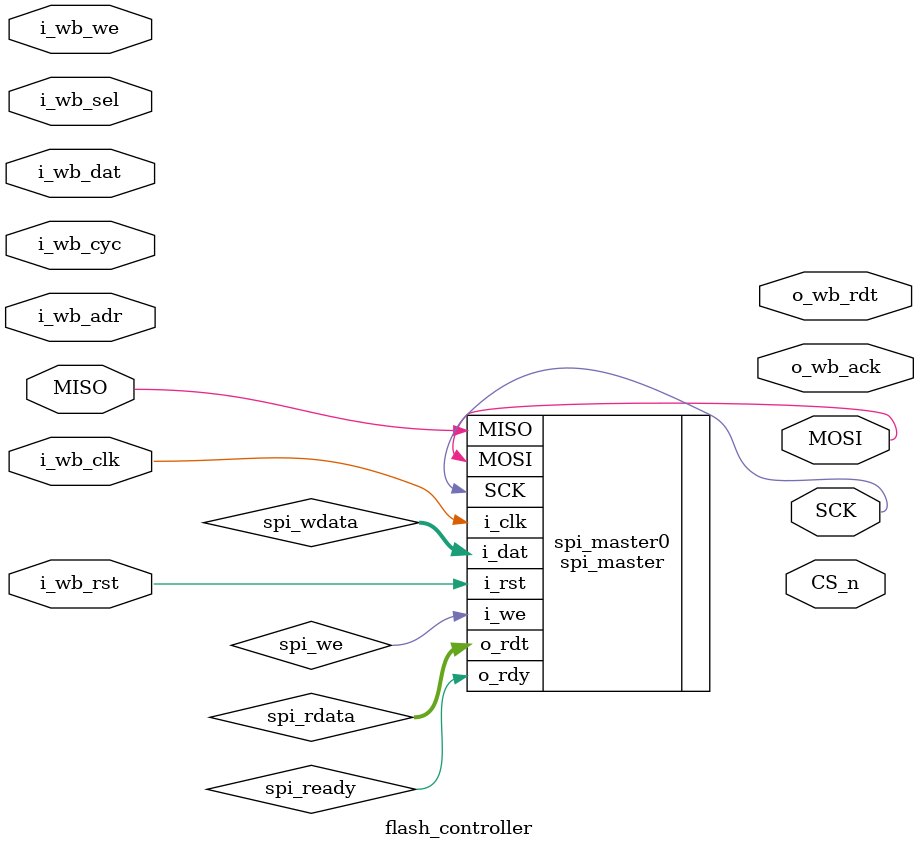
<source format=v>
`timescale 1ns / 1ps


module flash_controller(
        input  wire        i_wb_clk,
        input  wire        i_wb_rst,
        // Wishbone
        input  wire [23:0] i_wb_adr,
        input  wire [31:0] i_wb_dat,
        input  wire [3:0]  i_wb_sel,
        input  wire        i_wb_we,
        input  wire        i_wb_cyc,
        output wire [31:0] o_wb_rdt,
        output wire        o_wb_ack,
        // SPI
        output wire        SCK,
        output wire        CS_n,
        output wire        MOSI,
        input  wire        MISO
    );
    
    
    wire [7:0] spi_wdata;
    wire       spi_we;
    wire [7:0] spi_rdata;
    wire       spi_ready;
    
    
    spi_master spi_master0(
       .i_clk   (i_wb_clk  ),
       .i_rst   (i_wb_rst  ),
       // Data
       .i_dat   (spi_wdata ),
       .i_we    (spi_we    ),
       .o_rdt   (spi_rdata ),
       .o_rdy   (spi_ready ),
       // spi
       .SCK     (SCK       ),
       .MOSI    (MOSI      ),
       .MISO    (MISO      )
    );
    
endmodule

</source>
